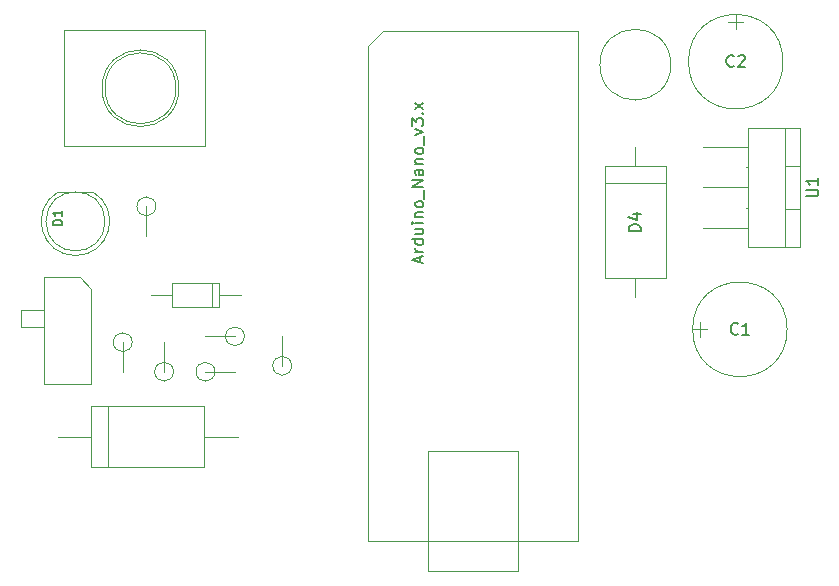
<source format=gbr>
G04 #@! TF.GenerationSoftware,KiCad,Pcbnew,(5.0.0)*
G04 #@! TF.CreationDate,2018-08-07T13:03:26+01:00*
G04 #@! TF.ProjectId,OpenSpritzer,4F70656E53707269747A65722E6B6963,rev?*
G04 #@! TF.SameCoordinates,Original*
G04 #@! TF.FileFunction,Other,Fab,Top*
%FSLAX46Y46*%
G04 Gerber Fmt 4.6, Leading zero omitted, Abs format (unit mm)*
G04 Created by KiCad (PCBNEW (5.0.0)) date 08/07/18 13:03:26*
%MOMM*%
%LPD*%
G01*
G04 APERTURE LIST*
%ADD10C,0.100000*%
%ADD11C,0.150000*%
%ADD12C,0.200000*%
G04 APERTURE END LIST*
D10*
G04 #@! TO.C,RV1*
X95750000Y-88000000D02*
G75*
G03X95750000Y-88000000I-3250000J0D01*
G01*
X95500000Y-88000000D02*
G75*
G03X95500000Y-88000000I-3000000J0D01*
G01*
X86000000Y-83100000D02*
X86000000Y-92900000D01*
X86000000Y-92900000D02*
X98000000Y-92900000D01*
X98000000Y-92900000D02*
X98000000Y-83100000D01*
X98000000Y-83100000D02*
X86000000Y-83100000D01*
G04 #@! TO.C,SW1*
X88350000Y-105000000D02*
X87350000Y-104000000D01*
X82350000Y-108250000D02*
X84350000Y-108250000D01*
X82350000Y-106750000D02*
X82350000Y-108250000D01*
X84350000Y-106750000D02*
X82350000Y-106750000D01*
X84350000Y-104000000D02*
X87350000Y-104000000D01*
X84350000Y-113000000D02*
X84350000Y-104000000D01*
X88350000Y-113000000D02*
X84350000Y-113000000D01*
X88350000Y-105000000D02*
X88350000Y-113000000D01*
G04 #@! TO.C,A1*
X116810000Y-118750000D02*
X124430000Y-118750000D01*
X124430000Y-118750000D02*
X124430000Y-128910000D01*
X124430000Y-128910000D02*
X116810000Y-128910000D01*
X116810000Y-128910000D02*
X116810000Y-118750000D01*
X129510000Y-126370000D02*
X111730000Y-126370000D01*
X111730000Y-126370000D02*
X111730000Y-84460000D01*
X111730000Y-84460000D02*
X113000000Y-83190000D01*
X113000000Y-83190000D02*
X129510000Y-83190000D01*
X129510000Y-83190000D02*
X129510000Y-126370000D01*
G04 #@! TO.C,D1*
X85530334Y-96769984D02*
G75*
G03X88469694Y-96770000I1469666J-2500016D01*
G01*
X89500000Y-99270000D02*
G75*
G03X89500000Y-99270000I-2500000J0D01*
G01*
X88469694Y-96770000D02*
X85530306Y-96770000D01*
G04 #@! TO.C,D2*
X99190000Y-106500000D02*
X99190000Y-104500000D01*
X99190000Y-104500000D02*
X95190000Y-104500000D01*
X95190000Y-104500000D02*
X95190000Y-106500000D01*
X95190000Y-106500000D02*
X99190000Y-106500000D01*
X101000000Y-105500000D02*
X99190000Y-105500000D01*
X93380000Y-105500000D02*
X95190000Y-105500000D01*
X98590000Y-106500000D02*
X98590000Y-104500000D01*
G04 #@! TO.C,D3*
X88355000Y-114895000D02*
X88355000Y-120105000D01*
X88355000Y-120105000D02*
X97885000Y-120105000D01*
X97885000Y-120105000D02*
X97885000Y-114895000D01*
X97885000Y-114895000D02*
X88355000Y-114895000D01*
X85500000Y-117500000D02*
X88355000Y-117500000D01*
X100740000Y-117500000D02*
X97885000Y-117500000D01*
X89784500Y-114895000D02*
X89784500Y-120105000D01*
G04 #@! TO.C,R1*
X93800000Y-98000000D02*
G75*
G03X93800000Y-98000000I-800000J0D01*
G01*
X93000000Y-98000000D02*
X93000000Y-100540000D01*
G04 #@! TO.C,R2*
X91800000Y-109500000D02*
G75*
G03X91800000Y-109500000I-800000J0D01*
G01*
X91000000Y-109500000D02*
X91000000Y-112040000D01*
G04 #@! TO.C,R3*
X95300000Y-112000000D02*
G75*
G03X95300000Y-112000000I-800000J0D01*
G01*
X94500000Y-112000000D02*
X94500000Y-109460000D01*
G04 #@! TO.C,R4*
X101300000Y-109000000D02*
G75*
G03X101300000Y-109000000I-800000J0D01*
G01*
X100500000Y-109000000D02*
X97960000Y-109000000D01*
G04 #@! TO.C,R5*
X98800000Y-112000000D02*
G75*
G03X98800000Y-112000000I-800000J0D01*
G01*
X98000000Y-112000000D02*
X100540000Y-112000000D01*
G04 #@! TO.C,R6*
X105300000Y-111500000D02*
G75*
G03X105300000Y-111500000I-800000J0D01*
G01*
X104500000Y-111500000D02*
X104500000Y-108960000D01*
G04 #@! TO.C,C1*
X147250000Y-108410000D02*
G75*
G03X147250000Y-108410000I-4000000J0D01*
G01*
X139300000Y-108410000D02*
X140500000Y-108410000D01*
X139900000Y-107760000D02*
X139900000Y-109060000D01*
G04 #@! TO.C,C2*
X146900000Y-85750000D02*
G75*
G03X146900000Y-85750000I-4000000J0D01*
G01*
X142900000Y-81800000D02*
X142900000Y-83000000D01*
X143550000Y-82400000D02*
X142250000Y-82400000D01*
G04 #@! TO.C,D4*
X137000000Y-94600000D02*
X131800000Y-94600000D01*
X131800000Y-94600000D02*
X131800000Y-104100000D01*
X131800000Y-104100000D02*
X137000000Y-104100000D01*
X137000000Y-104100000D02*
X137000000Y-94600000D01*
X134400000Y-93000000D02*
X134400000Y-94600000D01*
X134400000Y-105700000D02*
X134400000Y-104100000D01*
X137000000Y-96025000D02*
X131800000Y-96025000D01*
G04 #@! TO.C,L1*
X137400000Y-86000000D02*
G75*
G03X137400000Y-86000000I-3000000J0D01*
G01*
G04 #@! TO.C,U1*
X148300000Y-91400000D02*
X143900000Y-91400000D01*
X143900000Y-91400000D02*
X143900000Y-101400000D01*
X143900000Y-101400000D02*
X148300000Y-101400000D01*
X148300000Y-101400000D02*
X148300000Y-91400000D01*
X147030000Y-91400000D02*
X147030000Y-101400000D01*
X148300000Y-94550000D02*
X147030000Y-94550000D01*
X148300000Y-98250000D02*
X147030000Y-98250000D01*
X143900000Y-93000000D02*
X140100000Y-93000000D01*
X143900000Y-94700000D02*
X143800000Y-94700000D01*
X143900000Y-96400000D02*
X140100000Y-96400000D01*
X143900000Y-98100000D02*
X143800000Y-98100000D01*
X143900000Y-99800000D02*
X140100000Y-99800000D01*
G04 #@! TD*
G04 #@! TO.C,SW1*
D11*
G04 #@! TO.C,A1*
X116166666Y-102738095D02*
X116166666Y-102261904D01*
X116452380Y-102833333D02*
X115452380Y-102500000D01*
X116452380Y-102166666D01*
X116452380Y-101833333D02*
X115785714Y-101833333D01*
X115976190Y-101833333D02*
X115880952Y-101785714D01*
X115833333Y-101738095D01*
X115785714Y-101642857D01*
X115785714Y-101547619D01*
X116452380Y-100785714D02*
X115452380Y-100785714D01*
X116404761Y-100785714D02*
X116452380Y-100880952D01*
X116452380Y-101071428D01*
X116404761Y-101166666D01*
X116357142Y-101214285D01*
X116261904Y-101261904D01*
X115976190Y-101261904D01*
X115880952Y-101214285D01*
X115833333Y-101166666D01*
X115785714Y-101071428D01*
X115785714Y-100880952D01*
X115833333Y-100785714D01*
X115785714Y-99880952D02*
X116452380Y-99880952D01*
X115785714Y-100309523D02*
X116309523Y-100309523D01*
X116404761Y-100261904D01*
X116452380Y-100166666D01*
X116452380Y-100023809D01*
X116404761Y-99928571D01*
X116357142Y-99880952D01*
X116452380Y-99404761D02*
X115785714Y-99404761D01*
X115452380Y-99404761D02*
X115500000Y-99452380D01*
X115547619Y-99404761D01*
X115500000Y-99357142D01*
X115452380Y-99404761D01*
X115547619Y-99404761D01*
X115785714Y-98928571D02*
X116452380Y-98928571D01*
X115880952Y-98928571D02*
X115833333Y-98880952D01*
X115785714Y-98785714D01*
X115785714Y-98642857D01*
X115833333Y-98547619D01*
X115928571Y-98500000D01*
X116452380Y-98500000D01*
X116452380Y-97880952D02*
X116404761Y-97976190D01*
X116357142Y-98023809D01*
X116261904Y-98071428D01*
X115976190Y-98071428D01*
X115880952Y-98023809D01*
X115833333Y-97976190D01*
X115785714Y-97880952D01*
X115785714Y-97738095D01*
X115833333Y-97642857D01*
X115880952Y-97595238D01*
X115976190Y-97547619D01*
X116261904Y-97547619D01*
X116357142Y-97595238D01*
X116404761Y-97642857D01*
X116452380Y-97738095D01*
X116452380Y-97880952D01*
X116547619Y-97357142D02*
X116547619Y-96595238D01*
X116452380Y-96357142D02*
X115452380Y-96357142D01*
X116452380Y-95785714D01*
X115452380Y-95785714D01*
X116452380Y-94880952D02*
X115928571Y-94880952D01*
X115833333Y-94928571D01*
X115785714Y-95023809D01*
X115785714Y-95214285D01*
X115833333Y-95309523D01*
X116404761Y-94880952D02*
X116452380Y-94976190D01*
X116452380Y-95214285D01*
X116404761Y-95309523D01*
X116309523Y-95357142D01*
X116214285Y-95357142D01*
X116119047Y-95309523D01*
X116071428Y-95214285D01*
X116071428Y-94976190D01*
X116023809Y-94880952D01*
X115785714Y-94404761D02*
X116452380Y-94404761D01*
X115880952Y-94404761D02*
X115833333Y-94357142D01*
X115785714Y-94261904D01*
X115785714Y-94119047D01*
X115833333Y-94023809D01*
X115928571Y-93976190D01*
X116452380Y-93976190D01*
X116452380Y-93357142D02*
X116404761Y-93452380D01*
X116357142Y-93500000D01*
X116261904Y-93547619D01*
X115976190Y-93547619D01*
X115880952Y-93500000D01*
X115833333Y-93452380D01*
X115785714Y-93357142D01*
X115785714Y-93214285D01*
X115833333Y-93119047D01*
X115880952Y-93071428D01*
X115976190Y-93023809D01*
X116261904Y-93023809D01*
X116357142Y-93071428D01*
X116404761Y-93119047D01*
X116452380Y-93214285D01*
X116452380Y-93357142D01*
X116547619Y-92833333D02*
X116547619Y-92071428D01*
X115785714Y-91928571D02*
X116452380Y-91690476D01*
X115785714Y-91452380D01*
X115452380Y-91166666D02*
X115452380Y-90547619D01*
X115833333Y-90880952D01*
X115833333Y-90738095D01*
X115880952Y-90642857D01*
X115928571Y-90595238D01*
X116023809Y-90547619D01*
X116261904Y-90547619D01*
X116357142Y-90595238D01*
X116404761Y-90642857D01*
X116452380Y-90738095D01*
X116452380Y-91023809D01*
X116404761Y-91119047D01*
X116357142Y-91166666D01*
X116357142Y-90119047D02*
X116404761Y-90071428D01*
X116452380Y-90119047D01*
X116404761Y-90166666D01*
X116357142Y-90119047D01*
X116452380Y-90119047D01*
X116452380Y-89738095D02*
X115785714Y-89214285D01*
X115785714Y-89738095D02*
X116452380Y-89214285D01*
G04 #@! TO.C,D1*
D12*
X85861904Y-99590476D02*
X85061904Y-99590476D01*
X85061904Y-99400000D01*
X85100000Y-99285714D01*
X85176190Y-99209523D01*
X85252380Y-99171428D01*
X85404761Y-99133333D01*
X85519047Y-99133333D01*
X85671428Y-99171428D01*
X85747619Y-99209523D01*
X85823809Y-99285714D01*
X85861904Y-99400000D01*
X85861904Y-99590476D01*
X85861904Y-98371428D02*
X85861904Y-98828571D01*
X85861904Y-98600000D02*
X85061904Y-98600000D01*
X85176190Y-98676190D01*
X85252380Y-98752380D01*
X85290476Y-98828571D01*
G04 #@! TO.C,D2*
D11*
G04 #@! TO.C,D3*
G04 #@! TO.C,*
G04 #@! TO.C,C1*
X143083333Y-108767142D02*
X143035714Y-108814761D01*
X142892857Y-108862380D01*
X142797619Y-108862380D01*
X142654761Y-108814761D01*
X142559523Y-108719523D01*
X142511904Y-108624285D01*
X142464285Y-108433809D01*
X142464285Y-108290952D01*
X142511904Y-108100476D01*
X142559523Y-108005238D01*
X142654761Y-107910000D01*
X142797619Y-107862380D01*
X142892857Y-107862380D01*
X143035714Y-107910000D01*
X143083333Y-107957619D01*
X144035714Y-108862380D02*
X143464285Y-108862380D01*
X143750000Y-108862380D02*
X143750000Y-107862380D01*
X143654761Y-108005238D01*
X143559523Y-108100476D01*
X143464285Y-108148095D01*
G04 #@! TO.C,C2*
X142733333Y-86107142D02*
X142685714Y-86154761D01*
X142542857Y-86202380D01*
X142447619Y-86202380D01*
X142304761Y-86154761D01*
X142209523Y-86059523D01*
X142161904Y-85964285D01*
X142114285Y-85773809D01*
X142114285Y-85630952D01*
X142161904Y-85440476D01*
X142209523Y-85345238D01*
X142304761Y-85250000D01*
X142447619Y-85202380D01*
X142542857Y-85202380D01*
X142685714Y-85250000D01*
X142733333Y-85297619D01*
X143114285Y-85297619D02*
X143161904Y-85250000D01*
X143257142Y-85202380D01*
X143495238Y-85202380D01*
X143590476Y-85250000D01*
X143638095Y-85297619D01*
X143685714Y-85392857D01*
X143685714Y-85488095D01*
X143638095Y-85630952D01*
X143066666Y-86202380D01*
X143685714Y-86202380D01*
G04 #@! TO.C,D4*
X134852380Y-100088095D02*
X133852380Y-100088095D01*
X133852380Y-99850000D01*
X133900000Y-99707142D01*
X133995238Y-99611904D01*
X134090476Y-99564285D01*
X134280952Y-99516666D01*
X134423809Y-99516666D01*
X134614285Y-99564285D01*
X134709523Y-99611904D01*
X134804761Y-99707142D01*
X134852380Y-99850000D01*
X134852380Y-100088095D01*
X134185714Y-98659523D02*
X134852380Y-98659523D01*
X133804761Y-98897619D02*
X134519047Y-99135714D01*
X134519047Y-98516666D01*
G04 #@! TO.C,U1*
X148872380Y-97161904D02*
X149681904Y-97161904D01*
X149777142Y-97114285D01*
X149824761Y-97066666D01*
X149872380Y-96971428D01*
X149872380Y-96780952D01*
X149824761Y-96685714D01*
X149777142Y-96638095D01*
X149681904Y-96590476D01*
X148872380Y-96590476D01*
X149872380Y-95590476D02*
X149872380Y-96161904D01*
X149872380Y-95876190D02*
X148872380Y-95876190D01*
X149015238Y-95971428D01*
X149110476Y-96066666D01*
X149158095Y-96161904D01*
G04 #@! TO.C,*
G04 #@! TD*
M02*

</source>
